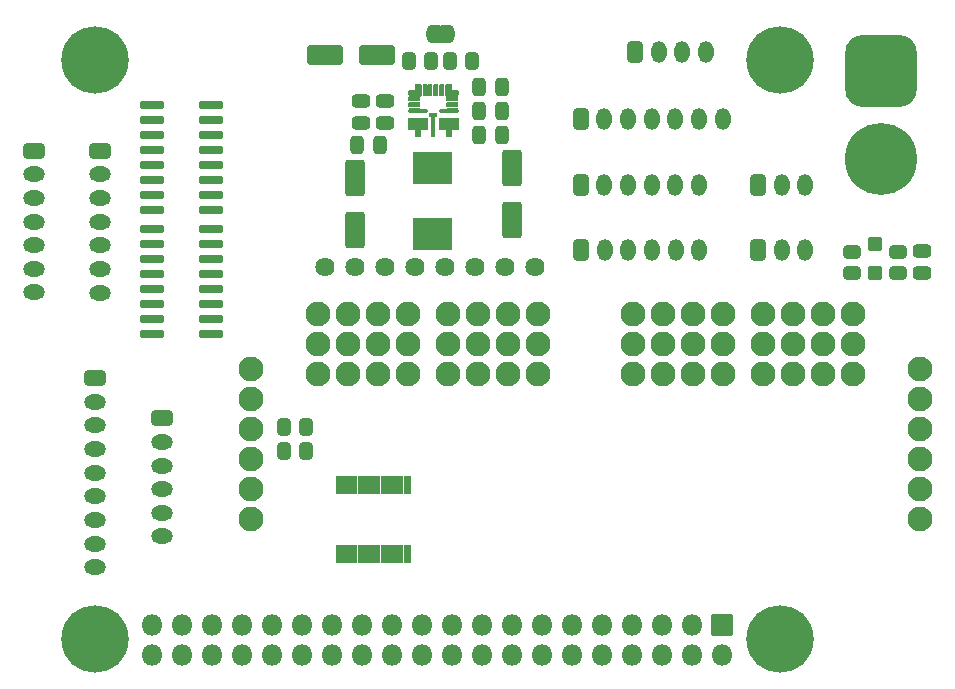
<source format=gbr>
G04 #@! TF.GenerationSoftware,KiCad,Pcbnew,(6.0.1)*
G04 #@! TF.CreationDate,2022-07-27T14:07:59-07:00*
G04 #@! TF.ProjectId,Prime Mover,5072696d-6520-44d6-9f76-65722e6b6963,rev?*
G04 #@! TF.SameCoordinates,Original*
G04 #@! TF.FileFunction,Soldermask,Top*
G04 #@! TF.FilePolarity,Negative*
%FSLAX46Y46*%
G04 Gerber Fmt 4.6, Leading zero omitted, Abs format (unit mm)*
G04 Created by KiCad (PCBNEW (6.0.1)) date 2022-07-27 14:07:59*
%MOMM*%
%LPD*%
G01*
G04 APERTURE LIST*
G04 Aperture macros list*
%AMRoundRect*
0 Rectangle with rounded corners*
0 $1 Rounding radius*
0 $2 $3 $4 $5 $6 $7 $8 $9 X,Y pos of 4 corners*
0 Add a 4 corners polygon primitive as box body*
4,1,4,$2,$3,$4,$5,$6,$7,$8,$9,$2,$3,0*
0 Add four circle primitives for the rounded corners*
1,1,$1+$1,$2,$3*
1,1,$1+$1,$4,$5*
1,1,$1+$1,$6,$7*
1,1,$1+$1,$8,$9*
0 Add four rect primitives between the rounded corners*
20,1,$1+$1,$2,$3,$4,$5,0*
20,1,$1+$1,$4,$5,$6,$7,0*
20,1,$1+$1,$6,$7,$8,$9,0*
20,1,$1+$1,$8,$9,$2,$3,0*%
%AMFreePoly0*
4,1,37,0.012349,0.795885,0.074216,0.795507,0.088518,0.793370,0.224339,0.752751,0.237465,0.746685,0.356427,0.669578,0.367324,0.660073,0.459862,0.552676,0.467652,0.540494,0.526329,0.411442,0.530388,0.397563,0.550485,0.257230,0.551000,0.250000,0.551000,-0.250000,0.550996,-0.250622,0.550847,-0.262838,0.550144,-0.270677,0.526624,-0.410478,0.522228,-0.424254,0.460416,-0.551833,
0.452330,-0.563821,0.357195,-0.668925,0.346069,-0.678161,0.225259,-0.752338,0.211989,-0.758081,0.075216,-0.795370,0.060866,-0.797157,0.011464,-0.796251,0.000000,-0.801000,-0.500000,-0.801000,-0.536062,-0.786062,-0.551000,-0.750000,-0.551000,0.750000,-0.536062,0.786062,-0.500000,0.801000,0.000000,0.801000,0.012349,0.795885,0.012349,0.795885,$1*%
%AMFreePoly1*
4,1,37,0.536062,0.786062,0.551000,0.750000,0.551000,-0.750000,0.536062,-0.786062,0.500000,-0.801000,0.000000,-0.801000,-0.012525,-0.795812,-0.080875,-0.794559,-0.095149,-0.792248,-0.230464,-0.749973,-0.243516,-0.743747,-0.361526,-0.665192,-0.372306,-0.655554,-0.463526,-0.547035,-0.471167,-0.534759,-0.528262,-0.405000,-0.532150,-0.391073,-0.549733,-0.256613,-0.548336,-0.256430,-0.551000,-0.250000,
-0.551000,0.250000,-0.550512,0.251179,-0.550356,0.263956,-0.528545,0.404033,-0.524317,0.417860,-0.464069,0.546185,-0.456130,0.558271,-0.362286,0.664529,-0.351274,0.673901,-0.231379,0.749549,-0.218180,0.755454,-0.081873,0.794411,-0.067546,0.796373,-0.011990,0.796033,0.000000,0.801000,0.500000,0.801000,0.536062,0.786062,0.536062,0.786062,$1*%
G04 Aperture macros list end*
%ADD10C,1.626000*%
%ADD11RoundRect,0.051000X0.225000X0.737500X-0.225000X0.737500X-0.225000X-0.737500X0.225000X-0.737500X0*%
%ADD12RoundRect,0.301000X-0.262500X-0.450000X0.262500X-0.450000X0.262500X0.450000X-0.262500X0.450000X0*%
%ADD13RoundRect,0.201000X-0.825000X-0.150000X0.825000X-0.150000X0.825000X0.150000X-0.825000X0.150000X0*%
%ADD14C,2.102000*%
%ADD15RoundRect,0.301000X-0.350000X-0.625000X0.350000X-0.625000X0.350000X0.625000X-0.350000X0.625000X0*%
%ADD16O,1.302000X1.852000*%
%ADD17C,5.702000*%
%ADD18FreePoly0,0.000000*%
%ADD19FreePoly1,0.000000*%
%ADD20RoundRect,0.301000X-0.625000X0.350000X-0.625000X-0.350000X0.625000X-0.350000X0.625000X0.350000X0*%
%ADD21O,1.852000X1.302000*%
%ADD22RoundRect,0.051000X-1.600000X1.325000X-1.600000X-1.325000X1.600000X-1.325000X1.600000X1.325000X0*%
%ADD23RoundRect,0.301000X0.450000X-0.262500X0.450000X0.262500X-0.450000X0.262500X-0.450000X-0.262500X0*%
%ADD24RoundRect,0.301000X-0.450000X0.262500X-0.450000X-0.262500X0.450000X-0.262500X0.450000X0.262500X0*%
%ADD25RoundRect,0.051000X0.850000X-0.850000X0.850000X0.850000X-0.850000X0.850000X-0.850000X-0.850000X0*%
%ADD26O,1.802000X1.802000*%
%ADD27C,6.102000*%
%ADD28RoundRect,1.551000X-1.500000X1.500000X-1.500000X-1.500000X1.500000X-1.500000X1.500000X1.500000X0*%
%ADD29RoundRect,0.051000X0.250000X-0.175000X0.250000X0.175000X-0.250000X0.175000X-0.250000X-0.175000X0*%
%ADD30RoundRect,0.051000X0.300000X-0.125000X0.300000X0.125000X-0.300000X0.125000X-0.300000X-0.125000X0*%
%ADD31RoundRect,0.051000X-0.225000X-0.437500X0.225000X-0.437500X0.225000X0.437500X-0.225000X0.437500X0*%
%ADD32RoundRect,0.051000X-0.150000X-0.437500X0.150000X-0.437500X0.150000X0.437500X-0.150000X0.437500X0*%
%ADD33RoundRect,0.051000X0.437500X-0.150000X0.437500X0.150000X-0.437500X0.150000X-0.437500X-0.150000X0*%
%ADD34RoundRect,0.051000X0.762500X-0.125000X0.762500X0.125000X-0.762500X0.125000X-0.762500X-0.125000X0*%
%ADD35RoundRect,0.051000X0.762500X-0.475000X0.762500X0.475000X-0.762500X0.475000X-0.762500X-0.475000X0*%
%ADD36RoundRect,0.051000X-0.225000X-0.300000X0.225000X-0.300000X0.225000X0.300000X-0.225000X0.300000X0*%
%ADD37RoundRect,0.051000X-0.150000X-0.825000X0.150000X-0.825000X0.150000X0.825000X-0.150000X0.825000X0*%
%ADD38RoundRect,0.051000X0.500000X-0.500000X0.500000X0.500000X-0.500000X0.500000X-0.500000X-0.500000X0*%
%ADD39RoundRect,0.301000X0.475000X-0.250000X0.475000X0.250000X-0.475000X0.250000X-0.475000X-0.250000X0*%
%ADD40RoundRect,0.301000X-0.250000X-0.475000X0.250000X-0.475000X0.250000X0.475000X-0.250000X0.475000X0*%
%ADD41RoundRect,0.301000X1.250000X0.550000X-1.250000X0.550000X-1.250000X-0.550000X1.250000X-0.550000X0*%
%ADD42RoundRect,0.301000X0.550000X-1.250000X0.550000X1.250000X-0.550000X1.250000X-0.550000X-1.250000X0*%
G04 APERTURE END LIST*
D10*
X18225000Y7000000D03*
X15685000Y7000000D03*
X13145000Y7000000D03*
X10605000Y7000000D03*
X8065000Y7000000D03*
X5525000Y7000000D03*
X2985000Y7000000D03*
X445000Y7000000D03*
D11*
X1645000Y-11442000D03*
X2295000Y-11442000D03*
X2945000Y-11442000D03*
X3595000Y-11442000D03*
X4245000Y-11442000D03*
X4895000Y-11442000D03*
X5545000Y-11442000D03*
X6195000Y-11442000D03*
X6845000Y-11442000D03*
X7495000Y-11442000D03*
X7495000Y-17318000D03*
X6845000Y-17318000D03*
X6195000Y-17318000D03*
X5545000Y-17318000D03*
X4895000Y-17318000D03*
X4245000Y-17318000D03*
X3595000Y-17318000D03*
X2945000Y-17318000D03*
X2295000Y-17318000D03*
X1645000Y-17318000D03*
D12*
X-2992500Y-8570000D03*
X-1167500Y-8570000D03*
D13*
X-14155000Y20725000D03*
X-14155000Y19455000D03*
X-14155000Y18185000D03*
X-14155000Y16915000D03*
X-14155000Y15645000D03*
X-14155000Y14375000D03*
X-14155000Y13105000D03*
X-14155000Y11835000D03*
X-9205000Y11835000D03*
X-9205000Y13105000D03*
X-9205000Y14375000D03*
X-9205000Y15645000D03*
X-9205000Y16915000D03*
X-9205000Y18185000D03*
X-9205000Y19455000D03*
X-9205000Y20725000D03*
D14*
X-130000Y3000000D03*
X-130000Y460000D03*
X-130000Y-2080000D03*
X2410000Y3000000D03*
X2410000Y460000D03*
X2410000Y-2080000D03*
X4950000Y3000000D03*
X4950000Y460000D03*
X4950000Y-2080000D03*
X7490000Y3000000D03*
X7490000Y460000D03*
X7490000Y-2080000D03*
X10890000Y3000000D03*
X10890000Y460000D03*
X10890000Y-2080000D03*
X13430000Y3000000D03*
X13430000Y460000D03*
X13430000Y-2080000D03*
X15970000Y3000000D03*
X15970000Y460000D03*
X15970000Y-2080000D03*
X18510000Y3000000D03*
X18510000Y460000D03*
X18510000Y-2080000D03*
X26495000Y3000000D03*
X26495000Y460000D03*
X26495000Y-2080000D03*
X29035000Y3000000D03*
X29035000Y460000D03*
X29035000Y-2080000D03*
X31575000Y3000000D03*
X31575000Y460000D03*
X31575000Y-2080000D03*
X34115000Y3000000D03*
X34115000Y460000D03*
X34115000Y-2080000D03*
X37515000Y3000000D03*
X37515000Y460000D03*
X37515000Y-2080000D03*
X40055000Y3000000D03*
X40055000Y460000D03*
X40055000Y-2080000D03*
X42595000Y3000000D03*
X42595000Y460000D03*
X42595000Y-2080000D03*
X45135000Y3000000D03*
X45135000Y460000D03*
X45135000Y-2080000D03*
X-5850000Y-1650000D03*
X-5850000Y-4190000D03*
X-5850000Y-6730000D03*
X-5850000Y-9270000D03*
X-5850000Y-11810000D03*
X-5850000Y-14350000D03*
X50850000Y-1650000D03*
X50850000Y-4190000D03*
X50850000Y-6730000D03*
X50850000Y-9270000D03*
X50850000Y-11810000D03*
X50850000Y-14350000D03*
D15*
X22130000Y8390000D03*
D16*
X24130000Y8390000D03*
X26130000Y8390000D03*
X28130000Y8390000D03*
X30130000Y8390000D03*
X32130000Y8390000D03*
D15*
X22110000Y13970000D03*
D16*
X24110000Y13970000D03*
X26110000Y13970000D03*
X28110000Y13970000D03*
X30110000Y13970000D03*
X32110000Y13970000D03*
D17*
X39000000Y-24500000D03*
X-19000000Y-24500000D03*
X39000000Y24500000D03*
X-19000000Y24500000D03*
D18*
X10870000Y26710000D03*
D19*
X9570000Y26710000D03*
D20*
X-19020000Y-2430000D03*
D21*
X-19020000Y-4430000D03*
X-19020000Y-6430000D03*
X-19020000Y-8430000D03*
X-19020000Y-10430000D03*
X-19020000Y-12430000D03*
X-19020000Y-14430000D03*
X-19020000Y-16430000D03*
X-19020000Y-18430000D03*
D22*
X9620000Y15360000D03*
X9620000Y9760000D03*
D13*
X-14155000Y10205000D03*
X-14155000Y8935000D03*
X-14155000Y7665000D03*
X-14155000Y6395000D03*
X-14155000Y5125000D03*
X-14155000Y3855000D03*
X-14155000Y2585000D03*
X-14155000Y1315000D03*
X-9205000Y1315000D03*
X-9205000Y2585000D03*
X-9205000Y3855000D03*
X-9205000Y5125000D03*
X-9205000Y6395000D03*
X-9205000Y7665000D03*
X-9205000Y8935000D03*
X-9205000Y10205000D03*
D12*
X-2982500Y-6570000D03*
X-1157500Y-6570000D03*
X12862500Y24440000D03*
X11037500Y24440000D03*
X9412500Y24450000D03*
X7587500Y24450000D03*
D23*
X49000000Y6457500D03*
X49000000Y8282500D03*
D24*
X45060000Y6470000D03*
X45060000Y8295000D03*
D25*
X34080000Y-23350000D03*
D26*
X34080000Y-25890000D03*
X31540000Y-23350000D03*
X31540000Y-25890000D03*
X29000000Y-23350000D03*
X29000000Y-25890000D03*
X26460000Y-23350000D03*
X26460000Y-25890000D03*
X23920000Y-23350000D03*
X23920000Y-25890000D03*
X21380000Y-23350000D03*
X21380000Y-25890000D03*
X18840000Y-23350000D03*
X18840000Y-25890000D03*
X16300000Y-23350000D03*
X16300000Y-25890000D03*
X13760000Y-23350000D03*
X13760000Y-25890000D03*
X11220000Y-23350000D03*
X11220000Y-25890000D03*
X8680000Y-23350000D03*
X8680000Y-25890000D03*
X6140000Y-23350000D03*
X6140000Y-25890000D03*
X3600000Y-23350000D03*
X3600000Y-25890000D03*
X1060000Y-23350000D03*
X1060000Y-25890000D03*
X-1480000Y-23350000D03*
X-1480000Y-25890000D03*
X-4020000Y-23350000D03*
X-4020000Y-25890000D03*
X-6560000Y-23350000D03*
X-6560000Y-25890000D03*
X-9100000Y-23350000D03*
X-9100000Y-25890000D03*
X-11640000Y-23350000D03*
X-11640000Y-25890000D03*
X-14180000Y-23350000D03*
X-14180000Y-25890000D03*
D16*
X34110000Y19550000D03*
X32110000Y19550000D03*
X30110000Y19550000D03*
X28110000Y19550000D03*
X26110000Y19550000D03*
X24110000Y19550000D03*
D15*
X22110000Y19550000D03*
D21*
X-18620000Y4820000D03*
X-18620000Y6820000D03*
X-18620000Y8820000D03*
X-18620000Y10820000D03*
X-18620000Y12820000D03*
X-18620000Y14820000D03*
D20*
X-18620000Y16820000D03*
D15*
X37110000Y8390000D03*
D16*
X39110000Y8390000D03*
X41110000Y8390000D03*
D15*
X37110000Y13970000D03*
D16*
X39110000Y13970000D03*
X41110000Y13970000D03*
D15*
X26720000Y25150000D03*
D16*
X28720000Y25150000D03*
X30720000Y25150000D03*
X32720000Y25150000D03*
D27*
X47500000Y16160000D03*
D28*
X47500000Y23600000D03*
D20*
X-13310000Y-5820000D03*
D21*
X-13310000Y-7820000D03*
X-13310000Y-9820000D03*
X-13310000Y-11820000D03*
X-13310000Y-13820000D03*
X-13310000Y-15820000D03*
D20*
X-24210000Y16830000D03*
D21*
X-24210000Y14830000D03*
X-24210000Y12830000D03*
X-24210000Y10830000D03*
X-24210000Y8830000D03*
X-24210000Y6830000D03*
X-24210000Y4830000D03*
D29*
X11430000Y21695000D03*
D30*
X9630000Y19820000D03*
D29*
X7830000Y21695000D03*
D31*
X8305000Y21958000D03*
D32*
X8880000Y21958000D03*
X9380000Y21958000D03*
X9880000Y21958000D03*
X10380000Y21958000D03*
D31*
X10955000Y21957000D03*
D33*
X11242000Y21170000D03*
X11242000Y20670000D03*
D34*
X10918000Y20170000D03*
D35*
X10917000Y19120000D03*
D36*
X10955000Y18345000D03*
D37*
X9630000Y18870000D03*
D36*
X8305000Y18345000D03*
D35*
X8343000Y19120000D03*
D34*
X8342000Y20170000D03*
D33*
X8017000Y20670000D03*
X8017000Y21170000D03*
D38*
X47030000Y6450000D03*
X47030000Y8950000D03*
D39*
X3510000Y19140000D03*
X3510000Y21040000D03*
D40*
X15420000Y20180000D03*
X13520000Y20180000D03*
D41*
X440000Y24930000D03*
X4840000Y24930000D03*
D40*
X15420000Y18140000D03*
X13520000Y18140000D03*
D42*
X16260000Y15350000D03*
X16260000Y10950000D03*
D39*
X5550000Y21040000D03*
X5550000Y19140000D03*
D42*
X2980000Y14530000D03*
X2980000Y10130000D03*
D40*
X13520000Y22200000D03*
X15420000Y22200000D03*
D39*
X50990000Y6440000D03*
X50990000Y8340000D03*
D40*
X5080000Y17330000D03*
X3180000Y17330000D03*
G36*
X2684633Y-16544017D02*
G01*
X2685197Y-16545936D01*
X2684916Y-16546575D01*
X2674767Y-16561763D01*
X2671000Y-16580699D01*
X2671000Y-18055301D01*
X2674767Y-18074238D01*
X2684814Y-18089273D01*
X2684945Y-18091268D01*
X2683282Y-18092380D01*
X2682553Y-18092293D01*
X2622212Y-18073398D01*
X2557310Y-18092455D01*
X2555367Y-18091983D01*
X2554803Y-18090064D01*
X2555084Y-18089425D01*
X2565233Y-18074237D01*
X2569000Y-18055301D01*
X2569000Y-16580699D01*
X2565233Y-16561762D01*
X2555186Y-16546727D01*
X2555055Y-16544732D01*
X2556718Y-16543620D01*
X2557447Y-16543707D01*
X2617788Y-16562602D01*
X2682690Y-16543545D01*
X2684633Y-16544017D01*
G37*
G36*
X5934633Y-16544017D02*
G01*
X5935197Y-16545936D01*
X5934916Y-16546575D01*
X5924767Y-16561763D01*
X5921000Y-16580699D01*
X5921000Y-18055301D01*
X5924767Y-18074238D01*
X5934814Y-18089273D01*
X5934945Y-18091268D01*
X5933282Y-18092380D01*
X5932553Y-18092293D01*
X5872212Y-18073398D01*
X5807310Y-18092455D01*
X5805367Y-18091983D01*
X5804803Y-18090064D01*
X5805084Y-18089425D01*
X5815233Y-18074237D01*
X5819000Y-18055301D01*
X5819000Y-16580699D01*
X5815233Y-16561762D01*
X5805186Y-16546727D01*
X5805055Y-16544732D01*
X5806718Y-16543620D01*
X5807447Y-16543707D01*
X5867788Y-16562602D01*
X5932690Y-16543545D01*
X5934633Y-16544017D01*
G37*
G36*
X2034633Y-16544017D02*
G01*
X2035197Y-16545936D01*
X2034916Y-16546575D01*
X2024767Y-16561763D01*
X2021000Y-16580699D01*
X2021000Y-18055301D01*
X2024767Y-18074238D01*
X2034814Y-18089273D01*
X2034945Y-18091268D01*
X2033282Y-18092380D01*
X2032553Y-18092293D01*
X1972212Y-18073398D01*
X1907310Y-18092455D01*
X1905367Y-18091983D01*
X1904803Y-18090064D01*
X1905084Y-18089425D01*
X1915233Y-18074237D01*
X1919000Y-18055301D01*
X1919000Y-16580699D01*
X1915233Y-16561762D01*
X1905186Y-16546727D01*
X1905055Y-16544732D01*
X1906718Y-16543620D01*
X1907447Y-16543707D01*
X1967788Y-16562602D01*
X2032690Y-16543545D01*
X2034633Y-16544017D01*
G37*
G36*
X4634633Y-16544017D02*
G01*
X4635197Y-16545936D01*
X4634916Y-16546575D01*
X4624767Y-16561763D01*
X4621000Y-16580699D01*
X4621000Y-18055301D01*
X4624767Y-18074238D01*
X4634814Y-18089273D01*
X4634945Y-18091268D01*
X4633282Y-18092380D01*
X4632553Y-18092293D01*
X4572212Y-18073398D01*
X4507310Y-18092455D01*
X4505367Y-18091983D01*
X4504803Y-18090064D01*
X4505084Y-18089425D01*
X4515233Y-18074237D01*
X4519000Y-18055301D01*
X4519000Y-16580699D01*
X4515233Y-16561762D01*
X4505186Y-16546727D01*
X4505055Y-16544732D01*
X4506718Y-16543620D01*
X4507447Y-16543707D01*
X4567788Y-16562602D01*
X4632690Y-16543545D01*
X4634633Y-16544017D01*
G37*
G36*
X6584633Y-16544017D02*
G01*
X6585197Y-16545936D01*
X6584916Y-16546575D01*
X6574767Y-16561763D01*
X6571000Y-16580699D01*
X6571000Y-18055301D01*
X6574767Y-18074238D01*
X6584814Y-18089273D01*
X6584945Y-18091268D01*
X6583282Y-18092380D01*
X6582553Y-18092293D01*
X6522212Y-18073398D01*
X6457310Y-18092455D01*
X6455367Y-18091983D01*
X6454803Y-18090064D01*
X6455084Y-18089425D01*
X6465233Y-18074237D01*
X6469000Y-18055301D01*
X6469000Y-16580699D01*
X6465233Y-16561762D01*
X6455186Y-16546727D01*
X6455055Y-16544732D01*
X6456718Y-16543620D01*
X6457447Y-16543707D01*
X6517788Y-16562602D01*
X6582690Y-16543545D01*
X6584633Y-16544017D01*
G37*
G36*
X3984633Y-16544017D02*
G01*
X3985197Y-16545936D01*
X3984916Y-16546575D01*
X3974767Y-16561763D01*
X3971000Y-16580699D01*
X3971000Y-18055301D01*
X3974767Y-18074238D01*
X3984814Y-18089273D01*
X3984945Y-18091268D01*
X3983282Y-18092380D01*
X3982553Y-18092293D01*
X3922212Y-18073398D01*
X3857310Y-18092455D01*
X3855367Y-18091983D01*
X3854803Y-18090064D01*
X3855084Y-18089425D01*
X3865233Y-18074237D01*
X3869000Y-18055301D01*
X3869000Y-16580699D01*
X3865233Y-16561762D01*
X3855186Y-16546727D01*
X3855055Y-16544732D01*
X3856718Y-16543620D01*
X3857447Y-16543707D01*
X3917788Y-16562602D01*
X3982690Y-16543545D01*
X3984633Y-16544017D01*
G37*
G36*
X3334633Y-16544017D02*
G01*
X3335197Y-16545936D01*
X3334916Y-16546575D01*
X3324767Y-16561763D01*
X3321000Y-16580699D01*
X3321000Y-18055301D01*
X3324767Y-18074238D01*
X3334814Y-18089273D01*
X3334945Y-18091268D01*
X3333282Y-18092380D01*
X3332553Y-18092293D01*
X3272212Y-18073398D01*
X3207310Y-18092455D01*
X3205367Y-18091983D01*
X3204803Y-18090064D01*
X3205084Y-18089425D01*
X3215233Y-18074237D01*
X3219000Y-18055301D01*
X3219000Y-16580699D01*
X3215233Y-16561762D01*
X3205186Y-16546727D01*
X3205055Y-16544732D01*
X3206718Y-16543620D01*
X3207447Y-16543707D01*
X3267788Y-16562602D01*
X3332690Y-16543545D01*
X3334633Y-16544017D01*
G37*
G36*
X5284633Y-16544017D02*
G01*
X5285197Y-16545936D01*
X5284916Y-16546575D01*
X5274767Y-16561763D01*
X5271000Y-16580699D01*
X5271000Y-18055301D01*
X5274767Y-18074238D01*
X5284814Y-18089273D01*
X5284945Y-18091268D01*
X5283282Y-18092380D01*
X5282553Y-18092293D01*
X5222212Y-18073398D01*
X5157310Y-18092455D01*
X5155367Y-18091983D01*
X5154803Y-18090064D01*
X5155084Y-18089425D01*
X5165233Y-18074237D01*
X5169000Y-18055301D01*
X5169000Y-16580699D01*
X5165233Y-16561762D01*
X5155186Y-16546727D01*
X5155055Y-16544732D01*
X5156718Y-16543620D01*
X5157447Y-16543707D01*
X5217788Y-16562602D01*
X5282690Y-16543545D01*
X5284633Y-16544017D01*
G37*
G36*
X7234633Y-16544017D02*
G01*
X7235197Y-16545936D01*
X7234916Y-16546575D01*
X7224767Y-16561763D01*
X7221000Y-16580699D01*
X7221000Y-18055301D01*
X7224767Y-18074238D01*
X7234814Y-18089273D01*
X7234945Y-18091268D01*
X7233282Y-18092380D01*
X7232553Y-18092293D01*
X7172212Y-18073398D01*
X7107310Y-18092455D01*
X7105367Y-18091983D01*
X7104803Y-18090064D01*
X7105084Y-18089425D01*
X7115233Y-18074237D01*
X7119000Y-18055301D01*
X7119000Y-16580699D01*
X7115233Y-16561762D01*
X7105186Y-16546727D01*
X7105055Y-16544732D01*
X7106718Y-16543620D01*
X7107447Y-16543707D01*
X7167788Y-16562602D01*
X7232690Y-16543545D01*
X7234633Y-16544017D01*
G37*
G36*
X3984633Y-10668017D02*
G01*
X3985197Y-10669936D01*
X3984916Y-10670575D01*
X3974767Y-10685763D01*
X3971000Y-10704699D01*
X3971000Y-12179301D01*
X3974767Y-12198238D01*
X3984814Y-12213273D01*
X3984945Y-12215268D01*
X3983282Y-12216380D01*
X3982553Y-12216293D01*
X3922212Y-12197398D01*
X3857310Y-12216455D01*
X3855367Y-12215983D01*
X3854803Y-12214064D01*
X3855084Y-12213425D01*
X3865233Y-12198237D01*
X3869000Y-12179301D01*
X3869000Y-10704699D01*
X3865233Y-10685762D01*
X3855186Y-10670727D01*
X3855055Y-10668732D01*
X3856718Y-10667620D01*
X3857447Y-10667707D01*
X3917788Y-10686602D01*
X3982690Y-10667545D01*
X3984633Y-10668017D01*
G37*
G36*
X5284633Y-10668017D02*
G01*
X5285197Y-10669936D01*
X5284916Y-10670575D01*
X5274767Y-10685763D01*
X5271000Y-10704699D01*
X5271000Y-12179301D01*
X5274767Y-12198238D01*
X5284814Y-12213273D01*
X5284945Y-12215268D01*
X5283282Y-12216380D01*
X5282553Y-12216293D01*
X5222212Y-12197398D01*
X5157310Y-12216455D01*
X5155367Y-12215983D01*
X5154803Y-12214064D01*
X5155084Y-12213425D01*
X5165233Y-12198237D01*
X5169000Y-12179301D01*
X5169000Y-10704699D01*
X5165233Y-10685762D01*
X5155186Y-10670727D01*
X5155055Y-10668732D01*
X5156718Y-10667620D01*
X5157447Y-10667707D01*
X5217788Y-10686602D01*
X5282690Y-10667545D01*
X5284633Y-10668017D01*
G37*
G36*
X2684633Y-10668017D02*
G01*
X2685197Y-10669936D01*
X2684916Y-10670575D01*
X2674767Y-10685763D01*
X2671000Y-10704699D01*
X2671000Y-12179301D01*
X2674767Y-12198238D01*
X2684814Y-12213273D01*
X2684945Y-12215268D01*
X2683282Y-12216380D01*
X2682553Y-12216293D01*
X2622212Y-12197398D01*
X2557310Y-12216455D01*
X2555367Y-12215983D01*
X2554803Y-12214064D01*
X2555084Y-12213425D01*
X2565233Y-12198237D01*
X2569000Y-12179301D01*
X2569000Y-10704699D01*
X2565233Y-10685762D01*
X2555186Y-10670727D01*
X2555055Y-10668732D01*
X2556718Y-10667620D01*
X2557447Y-10667707D01*
X2617788Y-10686602D01*
X2682690Y-10667545D01*
X2684633Y-10668017D01*
G37*
G36*
X4634633Y-10668017D02*
G01*
X4635197Y-10669936D01*
X4634916Y-10670575D01*
X4624767Y-10685763D01*
X4621000Y-10704699D01*
X4621000Y-12179301D01*
X4624767Y-12198238D01*
X4634814Y-12213273D01*
X4634945Y-12215268D01*
X4633282Y-12216380D01*
X4632553Y-12216293D01*
X4572212Y-12197398D01*
X4507310Y-12216455D01*
X4505367Y-12215983D01*
X4504803Y-12214064D01*
X4505084Y-12213425D01*
X4515233Y-12198237D01*
X4519000Y-12179301D01*
X4519000Y-10704699D01*
X4515233Y-10685762D01*
X4505186Y-10670727D01*
X4505055Y-10668732D01*
X4506718Y-10667620D01*
X4507447Y-10667707D01*
X4567788Y-10686602D01*
X4632690Y-10667545D01*
X4634633Y-10668017D01*
G37*
G36*
X2034633Y-10668017D02*
G01*
X2035197Y-10669936D01*
X2034916Y-10670575D01*
X2024767Y-10685763D01*
X2021000Y-10704699D01*
X2021000Y-12179301D01*
X2024767Y-12198238D01*
X2034814Y-12213273D01*
X2034945Y-12215268D01*
X2033282Y-12216380D01*
X2032553Y-12216293D01*
X1972212Y-12197398D01*
X1907310Y-12216455D01*
X1905367Y-12215983D01*
X1904803Y-12214064D01*
X1905084Y-12213425D01*
X1915233Y-12198237D01*
X1919000Y-12179301D01*
X1919000Y-10704699D01*
X1915233Y-10685762D01*
X1905186Y-10670727D01*
X1905055Y-10668732D01*
X1906718Y-10667620D01*
X1907447Y-10667707D01*
X1967788Y-10686602D01*
X2032690Y-10667545D01*
X2034633Y-10668017D01*
G37*
G36*
X7234633Y-10668017D02*
G01*
X7235197Y-10669936D01*
X7234916Y-10670575D01*
X7224767Y-10685763D01*
X7221000Y-10704699D01*
X7221000Y-12179301D01*
X7224767Y-12198238D01*
X7234814Y-12213273D01*
X7234945Y-12215268D01*
X7233282Y-12216380D01*
X7232553Y-12216293D01*
X7172212Y-12197398D01*
X7107310Y-12216455D01*
X7105367Y-12215983D01*
X7104803Y-12214064D01*
X7105084Y-12213425D01*
X7115233Y-12198237D01*
X7119000Y-12179301D01*
X7119000Y-10704699D01*
X7115233Y-10685762D01*
X7105186Y-10670727D01*
X7105055Y-10668732D01*
X7106718Y-10667620D01*
X7107447Y-10667707D01*
X7167788Y-10686602D01*
X7232690Y-10667545D01*
X7234633Y-10668017D01*
G37*
G36*
X6584633Y-10668017D02*
G01*
X6585197Y-10669936D01*
X6584916Y-10670575D01*
X6574767Y-10685763D01*
X6571000Y-10704699D01*
X6571000Y-12179301D01*
X6574767Y-12198238D01*
X6584814Y-12213273D01*
X6584945Y-12215268D01*
X6583282Y-12216380D01*
X6582553Y-12216293D01*
X6522212Y-12197398D01*
X6457310Y-12216455D01*
X6455367Y-12215983D01*
X6454803Y-12214064D01*
X6455084Y-12213425D01*
X6465233Y-12198237D01*
X6469000Y-12179301D01*
X6469000Y-10704699D01*
X6465233Y-10685762D01*
X6455186Y-10670727D01*
X6455055Y-10668732D01*
X6456718Y-10667620D01*
X6457447Y-10667707D01*
X6517788Y-10686602D01*
X6582690Y-10667545D01*
X6584633Y-10668017D01*
G37*
G36*
X3334633Y-10668017D02*
G01*
X3335197Y-10669936D01*
X3334916Y-10670575D01*
X3324767Y-10685763D01*
X3321000Y-10704699D01*
X3321000Y-12179301D01*
X3324767Y-12198238D01*
X3334814Y-12213273D01*
X3334945Y-12215268D01*
X3333282Y-12216380D01*
X3332553Y-12216293D01*
X3272212Y-12197398D01*
X3207310Y-12216455D01*
X3205367Y-12215983D01*
X3204803Y-12214064D01*
X3205084Y-12213425D01*
X3215233Y-12198237D01*
X3219000Y-12179301D01*
X3219000Y-10704699D01*
X3215233Y-10685762D01*
X3205186Y-10670727D01*
X3205055Y-10668732D01*
X3206718Y-10667620D01*
X3207447Y-10667707D01*
X3267788Y-10686602D01*
X3332690Y-10667545D01*
X3334633Y-10668017D01*
G37*
G36*
X5934633Y-10668017D02*
G01*
X5935197Y-10669936D01*
X5934916Y-10670575D01*
X5924767Y-10685763D01*
X5921000Y-10704699D01*
X5921000Y-12179301D01*
X5924767Y-12198238D01*
X5934814Y-12213273D01*
X5934945Y-12215268D01*
X5933282Y-12216380D01*
X5932553Y-12216293D01*
X5872212Y-12197398D01*
X5807310Y-12216455D01*
X5805367Y-12215983D01*
X5804803Y-12214064D01*
X5805084Y-12213425D01*
X5815233Y-12198237D01*
X5819000Y-12179301D01*
X5819000Y-10704699D01*
X5815233Y-10685762D01*
X5805186Y-10670727D01*
X5805055Y-10668732D01*
X5806718Y-10667620D01*
X5807447Y-10667707D01*
X5867788Y-10686602D01*
X5932690Y-10667545D01*
X5934633Y-10668017D01*
G37*
G36*
X10762032Y20496916D02*
G01*
X10762501Y20496422D01*
X10769880Y20485380D01*
X10785762Y20474767D01*
X10804699Y20471000D01*
X11679301Y20471000D01*
X11698238Y20474767D01*
X11709233Y20482114D01*
X11711229Y20482245D01*
X11712340Y20480582D01*
X11712007Y20479340D01*
X11710326Y20476823D01*
X11689546Y20410459D01*
X11710335Y20339659D01*
X11713007Y20335660D01*
X11713138Y20333664D01*
X11711475Y20332553D01*
X11710233Y20332886D01*
X11699238Y20340233D01*
X11680301Y20344000D01*
X10638251Y20344000D01*
X10636519Y20345000D01*
X10636519Y20347000D01*
X10637688Y20347919D01*
X10704700Y20367595D01*
X10750035Y20419916D01*
X10758851Y20495543D01*
X10760045Y20497147D01*
X10762032Y20496916D01*
G37*
G36*
X8499956Y20496195D02*
G01*
X8500154Y20495489D01*
X8506372Y20425996D01*
X8548842Y20371325D01*
X8621367Y20347903D01*
X8622708Y20346419D01*
X8622093Y20344516D01*
X8620752Y20344000D01*
X7579699Y20344000D01*
X7560762Y20340233D01*
X7549767Y20332886D01*
X7547771Y20332755D01*
X7546660Y20334418D01*
X7546993Y20335660D01*
X7549174Y20338925D01*
X7569954Y20405289D01*
X7549165Y20476089D01*
X7546993Y20479340D01*
X7546862Y20481336D01*
X7548525Y20482447D01*
X7549767Y20482114D01*
X7560762Y20474767D01*
X7579699Y20471000D01*
X8454301Y20471000D01*
X8473238Y20474767D01*
X8489120Y20485380D01*
X8496499Y20496422D01*
X8498293Y20497307D01*
X8499956Y20496195D01*
G37*
G36*
X7545575Y20984916D02*
G01*
X7560763Y20974767D01*
X7579699Y20971000D01*
X8454301Y20971000D01*
X8473238Y20974767D01*
X8488273Y20984814D01*
X8490268Y20984945D01*
X8491380Y20983282D01*
X8491293Y20982553D01*
X8472398Y20922212D01*
X8491455Y20857310D01*
X8490983Y20855367D01*
X8489064Y20854803D01*
X8488425Y20855084D01*
X8473237Y20865233D01*
X8454301Y20869000D01*
X7579699Y20869000D01*
X7560762Y20865233D01*
X7545727Y20855186D01*
X7543732Y20855055D01*
X7542620Y20856718D01*
X7542707Y20857447D01*
X7561602Y20917788D01*
X7542545Y20982690D01*
X7543017Y20984633D01*
X7544936Y20985197D01*
X7545575Y20984916D01*
G37*
G36*
X10770575Y20984916D02*
G01*
X10785763Y20974767D01*
X10804699Y20971000D01*
X11679301Y20971000D01*
X11698238Y20974767D01*
X11713273Y20984814D01*
X11715268Y20984945D01*
X11716380Y20983282D01*
X11716293Y20982553D01*
X11697398Y20922212D01*
X11716455Y20857310D01*
X11715983Y20855367D01*
X11714064Y20854803D01*
X11713425Y20855084D01*
X11698237Y20865233D01*
X11679301Y20869000D01*
X10804699Y20869000D01*
X10785762Y20865233D01*
X10770727Y20855186D01*
X10768732Y20855055D01*
X10767620Y20856718D01*
X10767707Y20857447D01*
X10786602Y20917788D01*
X10767545Y20982690D01*
X10768017Y20984633D01*
X10769936Y20985197D01*
X10770575Y20984916D01*
G37*
G36*
X11716711Y21483169D02*
G01*
X11716624Y21482440D01*
X11697648Y21421838D01*
X11716629Y21357195D01*
X11716157Y21355252D01*
X11714238Y21354688D01*
X11713599Y21354969D01*
X11698238Y21365233D01*
X11679301Y21369000D01*
X10804699Y21369000D01*
X10785762Y21365233D01*
X10769880Y21354620D01*
X10762531Y21343622D01*
X10760737Y21342737D01*
X10759074Y21343848D01*
X10758906Y21345123D01*
X10759564Y21348434D01*
X10753366Y21417694D01*
X10710572Y21470800D01*
X10710264Y21472776D01*
X10711821Y21474031D01*
X10712519Y21474017D01*
X10730199Y21470500D01*
X11179801Y21470500D01*
X11182124Y21470962D01*
X11182514Y21471000D01*
X11679801Y21471000D01*
X11698738Y21474767D01*
X11713604Y21484701D01*
X11715599Y21484832D01*
X11716711Y21483169D01*
G37*
G36*
X7545901Y21485031D02*
G01*
X7561262Y21474767D01*
X7580199Y21471000D01*
X8079801Y21471000D01*
X8082124Y21471462D01*
X8082514Y21471500D01*
X8529801Y21471500D01*
X8546758Y21474873D01*
X8548652Y21474230D01*
X8549042Y21472268D01*
X8548683Y21471628D01*
X8507269Y21422075D01*
X8499380Y21348708D01*
X8500092Y21345127D01*
X8499449Y21343233D01*
X8497487Y21342843D01*
X8496467Y21343626D01*
X8489120Y21354620D01*
X8473238Y21365233D01*
X8454301Y21369000D01*
X7579699Y21369000D01*
X7560762Y21365233D01*
X7545896Y21355299D01*
X7543901Y21355168D01*
X7542789Y21356831D01*
X7542876Y21357560D01*
X7561852Y21418162D01*
X7542871Y21482805D01*
X7543343Y21484748D01*
X7545262Y21485312D01*
X7545901Y21485031D01*
G37*
G36*
X10567672Y22431956D02*
G01*
X10628536Y22412898D01*
X10692922Y22431803D01*
X10694865Y22431331D01*
X10695429Y22429412D01*
X10695148Y22428773D01*
X10684767Y22413238D01*
X10681000Y22394301D01*
X10681000Y21519699D01*
X10684767Y21500762D01*
X10694589Y21486063D01*
X10694720Y21484067D01*
X10693057Y21482956D01*
X10692328Y21483043D01*
X10631469Y21502102D01*
X10567078Y21483197D01*
X10565135Y21483669D01*
X10564571Y21485588D01*
X10564852Y21486227D01*
X10575233Y21501762D01*
X10579000Y21520699D01*
X10579000Y22395301D01*
X10575233Y22414237D01*
X10565411Y22428936D01*
X10565280Y22430931D01*
X10566943Y22432043D01*
X10567672Y22431956D01*
G37*
G36*
X10194633Y22431983D02*
G01*
X10195197Y22430064D01*
X10194916Y22429425D01*
X10184767Y22414237D01*
X10181000Y22395301D01*
X10181000Y21520699D01*
X10184767Y21501762D01*
X10194814Y21486727D01*
X10194945Y21484732D01*
X10193282Y21483620D01*
X10192553Y21483707D01*
X10132212Y21502602D01*
X10067310Y21483545D01*
X10065367Y21484017D01*
X10064803Y21485936D01*
X10065084Y21486575D01*
X10075233Y21501763D01*
X10079000Y21520699D01*
X10079000Y22395301D01*
X10075233Y22414238D01*
X10065186Y22429273D01*
X10065055Y22431268D01*
X10066718Y22432380D01*
X10067447Y22432293D01*
X10127788Y22413398D01*
X10192690Y22432455D01*
X10194633Y22431983D01*
G37*
G36*
X9694633Y22431983D02*
G01*
X9695197Y22430064D01*
X9694916Y22429425D01*
X9684767Y22414237D01*
X9681000Y22395301D01*
X9681000Y21520699D01*
X9684767Y21501762D01*
X9694814Y21486727D01*
X9694945Y21484732D01*
X9693282Y21483620D01*
X9692553Y21483707D01*
X9632212Y21502602D01*
X9567310Y21483545D01*
X9565367Y21484017D01*
X9564803Y21485936D01*
X9565084Y21486575D01*
X9575233Y21501763D01*
X9579000Y21520699D01*
X9579000Y22395301D01*
X9575233Y22414238D01*
X9565186Y22429273D01*
X9565055Y22431268D01*
X9566718Y22432380D01*
X9567447Y22432293D01*
X9627788Y22413398D01*
X9692690Y22432455D01*
X9694633Y22431983D01*
G37*
G36*
X9194633Y22431983D02*
G01*
X9195197Y22430064D01*
X9194916Y22429425D01*
X9184767Y22414237D01*
X9181000Y22395301D01*
X9181000Y21520699D01*
X9184767Y21501762D01*
X9194814Y21486727D01*
X9194945Y21484732D01*
X9193282Y21483620D01*
X9192553Y21483707D01*
X9132212Y21502602D01*
X9067310Y21483545D01*
X9065367Y21484017D01*
X9064803Y21485936D01*
X9065084Y21486575D01*
X9075233Y21501763D01*
X9079000Y21520699D01*
X9079000Y22395301D01*
X9075233Y22414238D01*
X9065186Y22429273D01*
X9065055Y22431268D01*
X9066718Y22432380D01*
X9067447Y22432293D01*
X9127788Y22413398D01*
X9192690Y22432455D01*
X9194633Y22431983D01*
G37*
G36*
X8694633Y22431983D02*
G01*
X8695197Y22430064D01*
X8694916Y22429425D01*
X8684767Y22414237D01*
X8681000Y22395301D01*
X8681000Y21520699D01*
X8684767Y21501762D01*
X8694814Y21486727D01*
X8694945Y21484732D01*
X8693282Y21483620D01*
X8692553Y21483707D01*
X8632212Y21502602D01*
X8567311Y21483546D01*
X8565368Y21484018D01*
X8564804Y21485937D01*
X8565085Y21486576D01*
X8575233Y21501762D01*
X8579000Y21520699D01*
X8579000Y22395301D01*
X8575233Y22414238D01*
X8565186Y22429273D01*
X8565055Y22431268D01*
X8566718Y22432380D01*
X8567447Y22432293D01*
X8627788Y22413398D01*
X8692690Y22432455D01*
X8694633Y22431983D01*
G37*
G36*
X10119267Y27476699D02*
G01*
X10170946Y27433511D01*
X10239661Y27424880D01*
X10302291Y27454844D01*
X10320348Y27475682D01*
X10322238Y27476336D01*
X10323749Y27475026D01*
X10323821Y27473982D01*
X10321000Y27459801D01*
X10321000Y25960199D01*
X10323978Y25945226D01*
X10323335Y25943332D01*
X10321373Y25942942D01*
X10320733Y25943301D01*
X10269054Y25986489D01*
X10200339Y25995120D01*
X10137709Y25965156D01*
X10119652Y25944318D01*
X10117762Y25943664D01*
X10116251Y25944974D01*
X10116179Y25946018D01*
X10119000Y25960199D01*
X10119000Y27459801D01*
X10116022Y27474774D01*
X10116665Y27476668D01*
X10118627Y27477058D01*
X10119267Y27476699D01*
G37*
M02*

</source>
